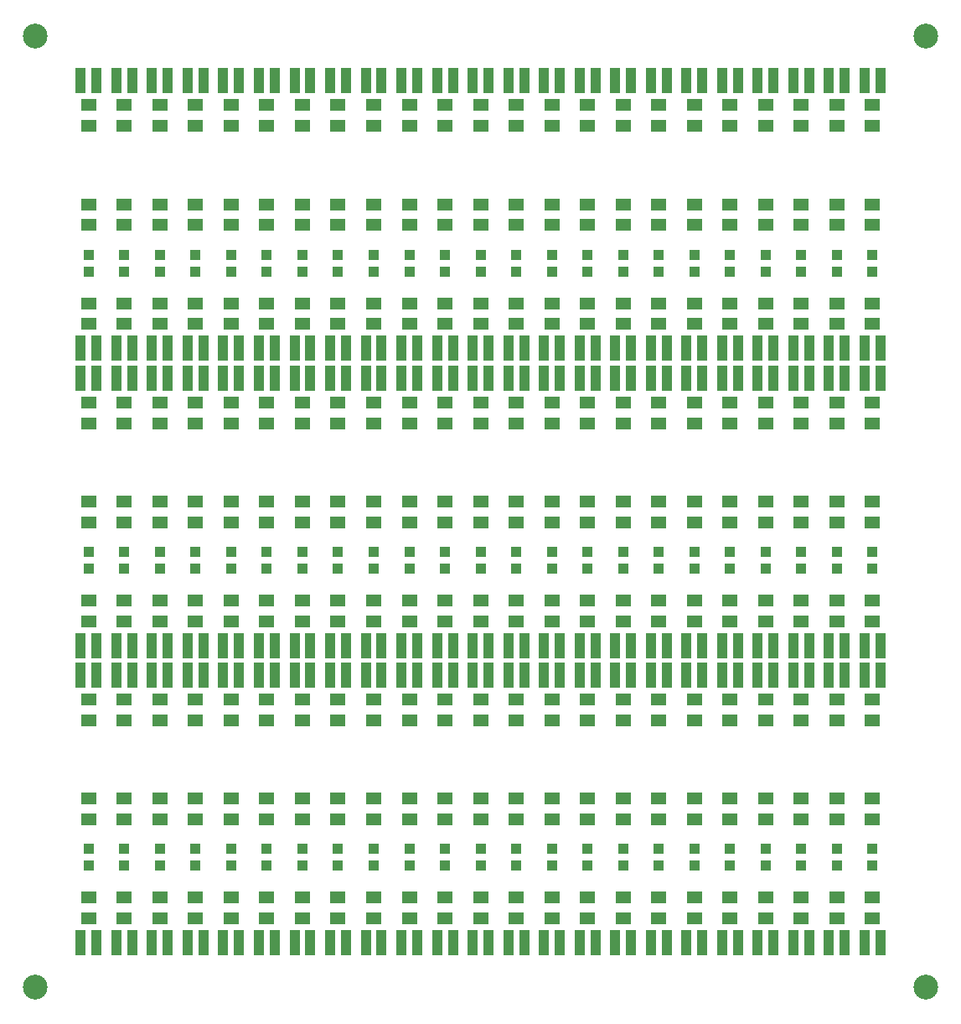
<source format=gts>
%FSLAX34Y34*%
G04 Gerber Fmt 3.4, Leading zero omitted, Abs format*
G04 (created by PCBNEW (2014-05-17 BZR 4870)-product) date Sun 18 May 2014 04:38:21 PM CEST*
%MOIN*%
G01*
G70*
G90*
G04 APERTURE LIST*
%ADD10C,0.005906*%
%ADD11R,0.059055X0.047244*%
%ADD12R,0.043300X0.039300*%
%ADD13R,0.039370X0.098425*%
%ADD14C,0.098425*%
G04 APERTURE END LIST*
G54D10*
G54D11*
X135787Y-67697D03*
X135787Y-68523D03*
G54D12*
X135787Y-65768D03*
X135787Y-66436D03*
G54D11*
X135787Y-63760D03*
X135787Y-64586D03*
X135787Y-59823D03*
X135787Y-60649D03*
X135787Y-55886D03*
X135787Y-56712D03*
G54D12*
X135787Y-53957D03*
X135787Y-54625D03*
G54D11*
X135787Y-51949D03*
X135787Y-52775D03*
X135787Y-48012D03*
X135787Y-48838D03*
G54D12*
X135787Y-42146D03*
X135787Y-42814D03*
G54D11*
X135787Y-44075D03*
X135787Y-44901D03*
X135787Y-40138D03*
X135787Y-40964D03*
X135787Y-36201D03*
X135787Y-37027D03*
G54D13*
X136102Y-45866D03*
X135472Y-45866D03*
X136102Y-35236D03*
X135472Y-35236D03*
X136102Y-47047D03*
X135472Y-47047D03*
X136102Y-58858D03*
X135472Y-58858D03*
X136102Y-69488D03*
X135472Y-69488D03*
X136102Y-57677D03*
X135472Y-57677D03*
G54D11*
X132952Y-67697D03*
X132952Y-68523D03*
G54D12*
X132952Y-65768D03*
X132952Y-66436D03*
G54D11*
X132952Y-63760D03*
X132952Y-64586D03*
X132952Y-59823D03*
X132952Y-60649D03*
X132952Y-55886D03*
X132952Y-56712D03*
G54D12*
X132952Y-53957D03*
X132952Y-54625D03*
G54D11*
X132952Y-51949D03*
X132952Y-52775D03*
X132952Y-48012D03*
X132952Y-48838D03*
G54D12*
X132952Y-42146D03*
X132952Y-42814D03*
G54D11*
X132952Y-44075D03*
X132952Y-44901D03*
X132952Y-40138D03*
X132952Y-40964D03*
X132952Y-36201D03*
X132952Y-37027D03*
G54D13*
X133267Y-45866D03*
X132637Y-45866D03*
X133267Y-35236D03*
X132637Y-35236D03*
X133267Y-47047D03*
X132637Y-47047D03*
X133267Y-58858D03*
X132637Y-58858D03*
X133267Y-69488D03*
X132637Y-69488D03*
X133267Y-57677D03*
X132637Y-57677D03*
X134685Y-57677D03*
X134055Y-57677D03*
X134685Y-69488D03*
X134055Y-69488D03*
X134685Y-58858D03*
X134055Y-58858D03*
X134685Y-47047D03*
X134055Y-47047D03*
X134685Y-35236D03*
X134055Y-35236D03*
X134685Y-45866D03*
X134055Y-45866D03*
G54D11*
X134370Y-36201D03*
X134370Y-37027D03*
X134370Y-40138D03*
X134370Y-40964D03*
X134370Y-44075D03*
X134370Y-44901D03*
G54D12*
X134370Y-42146D03*
X134370Y-42814D03*
G54D11*
X134370Y-48012D03*
X134370Y-48838D03*
X134370Y-51949D03*
X134370Y-52775D03*
G54D12*
X134370Y-53957D03*
X134370Y-54625D03*
G54D11*
X134370Y-55886D03*
X134370Y-56712D03*
X134370Y-59823D03*
X134370Y-60649D03*
X134370Y-63760D03*
X134370Y-64586D03*
G54D12*
X134370Y-65768D03*
X134370Y-66436D03*
G54D11*
X134370Y-67697D03*
X134370Y-68523D03*
X138622Y-67697D03*
X138622Y-68523D03*
G54D12*
X138622Y-65768D03*
X138622Y-66436D03*
G54D11*
X138622Y-63760D03*
X138622Y-64586D03*
X138622Y-59823D03*
X138622Y-60649D03*
X138622Y-55886D03*
X138622Y-56712D03*
G54D12*
X138622Y-53957D03*
X138622Y-54625D03*
G54D11*
X138622Y-51949D03*
X138622Y-52775D03*
X138622Y-48012D03*
X138622Y-48838D03*
G54D12*
X138622Y-42146D03*
X138622Y-42814D03*
G54D11*
X138622Y-44075D03*
X138622Y-44901D03*
X138622Y-40138D03*
X138622Y-40964D03*
X138622Y-36201D03*
X138622Y-37027D03*
G54D13*
X138937Y-45866D03*
X138307Y-45866D03*
X138937Y-35236D03*
X138307Y-35236D03*
X138937Y-47047D03*
X138307Y-47047D03*
X138937Y-58858D03*
X138307Y-58858D03*
X138937Y-69488D03*
X138307Y-69488D03*
X138937Y-57677D03*
X138307Y-57677D03*
X137519Y-57677D03*
X136889Y-57677D03*
X137519Y-69488D03*
X136889Y-69488D03*
X137519Y-58858D03*
X136889Y-58858D03*
X137519Y-47047D03*
X136889Y-47047D03*
X137519Y-35236D03*
X136889Y-35236D03*
X137519Y-45866D03*
X136889Y-45866D03*
G54D11*
X137204Y-36201D03*
X137204Y-37027D03*
X137204Y-40138D03*
X137204Y-40964D03*
X137204Y-44075D03*
X137204Y-44901D03*
G54D12*
X137204Y-42146D03*
X137204Y-42814D03*
G54D11*
X137204Y-48012D03*
X137204Y-48838D03*
X137204Y-51949D03*
X137204Y-52775D03*
G54D12*
X137204Y-53957D03*
X137204Y-54625D03*
G54D11*
X137204Y-55886D03*
X137204Y-56712D03*
X137204Y-59823D03*
X137204Y-60649D03*
X137204Y-63760D03*
X137204Y-64586D03*
G54D12*
X137204Y-65768D03*
X137204Y-66436D03*
G54D11*
X137204Y-67697D03*
X137204Y-68523D03*
G54D13*
X140354Y-57677D03*
X139724Y-57677D03*
X140354Y-69488D03*
X139724Y-69488D03*
X140354Y-58858D03*
X139724Y-58858D03*
X140354Y-47047D03*
X139724Y-47047D03*
X140354Y-35236D03*
X139724Y-35236D03*
X140354Y-45866D03*
X139724Y-45866D03*
G54D11*
X140039Y-36201D03*
X140039Y-37027D03*
X140039Y-40138D03*
X140039Y-40964D03*
X140039Y-44075D03*
X140039Y-44901D03*
G54D12*
X140039Y-42146D03*
X140039Y-42814D03*
G54D11*
X140039Y-48012D03*
X140039Y-48838D03*
X140039Y-51949D03*
X140039Y-52775D03*
G54D12*
X140039Y-53957D03*
X140039Y-54625D03*
G54D11*
X140039Y-55886D03*
X140039Y-56712D03*
X140039Y-59823D03*
X140039Y-60649D03*
X140039Y-63760D03*
X140039Y-64586D03*
G54D12*
X140039Y-65768D03*
X140039Y-66436D03*
G54D11*
X140039Y-67697D03*
X140039Y-68523D03*
X144291Y-67697D03*
X144291Y-68523D03*
G54D12*
X144291Y-65768D03*
X144291Y-66436D03*
G54D11*
X144291Y-63760D03*
X144291Y-64586D03*
X144291Y-59823D03*
X144291Y-60649D03*
X144291Y-55886D03*
X144291Y-56712D03*
G54D12*
X144291Y-53957D03*
X144291Y-54625D03*
G54D11*
X144291Y-51949D03*
X144291Y-52775D03*
X144291Y-48012D03*
X144291Y-48838D03*
G54D12*
X144291Y-42146D03*
X144291Y-42814D03*
G54D11*
X144291Y-44075D03*
X144291Y-44901D03*
X144291Y-40138D03*
X144291Y-40964D03*
X144291Y-36201D03*
X144291Y-37027D03*
G54D13*
X144606Y-45866D03*
X143976Y-45866D03*
X144606Y-35236D03*
X143976Y-35236D03*
X144606Y-47047D03*
X143976Y-47047D03*
X144606Y-58858D03*
X143976Y-58858D03*
X144606Y-69488D03*
X143976Y-69488D03*
X144606Y-57677D03*
X143976Y-57677D03*
G54D11*
X141456Y-67697D03*
X141456Y-68523D03*
G54D12*
X141456Y-65768D03*
X141456Y-66436D03*
G54D11*
X141456Y-63760D03*
X141456Y-64586D03*
X141456Y-59823D03*
X141456Y-60649D03*
X141456Y-55886D03*
X141456Y-56712D03*
G54D12*
X141456Y-53957D03*
X141456Y-54625D03*
G54D11*
X141456Y-51949D03*
X141456Y-52775D03*
X141456Y-48012D03*
X141456Y-48838D03*
G54D12*
X141456Y-42146D03*
X141456Y-42814D03*
G54D11*
X141456Y-44075D03*
X141456Y-44901D03*
X141456Y-40138D03*
X141456Y-40964D03*
X141456Y-36201D03*
X141456Y-37027D03*
G54D13*
X141771Y-45866D03*
X141141Y-45866D03*
X141771Y-35236D03*
X141141Y-35236D03*
X141771Y-47047D03*
X141141Y-47047D03*
X141771Y-58858D03*
X141141Y-58858D03*
X141771Y-69488D03*
X141141Y-69488D03*
X141771Y-57677D03*
X141141Y-57677D03*
X143188Y-57677D03*
X142559Y-57677D03*
X143188Y-69488D03*
X142559Y-69488D03*
X143188Y-58858D03*
X142559Y-58858D03*
X143188Y-47047D03*
X142559Y-47047D03*
X143188Y-35236D03*
X142559Y-35236D03*
X143188Y-45866D03*
X142559Y-45866D03*
G54D11*
X142874Y-36201D03*
X142874Y-37027D03*
X142874Y-40138D03*
X142874Y-40964D03*
X142874Y-44075D03*
X142874Y-44901D03*
G54D12*
X142874Y-42146D03*
X142874Y-42814D03*
G54D11*
X142874Y-48012D03*
X142874Y-48838D03*
X142874Y-51949D03*
X142874Y-52775D03*
G54D12*
X142874Y-53957D03*
X142874Y-54625D03*
G54D11*
X142874Y-55886D03*
X142874Y-56712D03*
X142874Y-59823D03*
X142874Y-60649D03*
X142874Y-63760D03*
X142874Y-64586D03*
G54D12*
X142874Y-65768D03*
X142874Y-66436D03*
G54D11*
X142874Y-67697D03*
X142874Y-68523D03*
G54D13*
X146023Y-57677D03*
X145393Y-57677D03*
X146023Y-69488D03*
X145393Y-69488D03*
X146023Y-58858D03*
X145393Y-58858D03*
X146023Y-47047D03*
X145393Y-47047D03*
X146023Y-35236D03*
X145393Y-35236D03*
X146023Y-45866D03*
X145393Y-45866D03*
G54D11*
X145708Y-36201D03*
X145708Y-37027D03*
X145708Y-40138D03*
X145708Y-40964D03*
X145708Y-44075D03*
X145708Y-44901D03*
G54D12*
X145708Y-42146D03*
X145708Y-42814D03*
G54D11*
X145708Y-48012D03*
X145708Y-48838D03*
X145708Y-51949D03*
X145708Y-52775D03*
G54D12*
X145708Y-53957D03*
X145708Y-54625D03*
G54D11*
X145708Y-55886D03*
X145708Y-56712D03*
X145708Y-59823D03*
X145708Y-60649D03*
X145708Y-63760D03*
X145708Y-64586D03*
G54D12*
X145708Y-65768D03*
X145708Y-66436D03*
G54D11*
X145708Y-67697D03*
X145708Y-68523D03*
X131535Y-67697D03*
X131535Y-68523D03*
G54D12*
X131535Y-65768D03*
X131535Y-66436D03*
G54D11*
X131535Y-63760D03*
X131535Y-64586D03*
X131535Y-59823D03*
X131535Y-60649D03*
X131535Y-55886D03*
X131535Y-56712D03*
G54D12*
X131535Y-53957D03*
X131535Y-54625D03*
G54D11*
X131535Y-51949D03*
X131535Y-52775D03*
X131535Y-48012D03*
X131535Y-48838D03*
G54D12*
X131535Y-42146D03*
X131535Y-42814D03*
G54D11*
X131535Y-44075D03*
X131535Y-44901D03*
X131535Y-40138D03*
X131535Y-40964D03*
X131535Y-36201D03*
X131535Y-37027D03*
G54D13*
X131850Y-45866D03*
X131220Y-45866D03*
X131850Y-35236D03*
X131220Y-35236D03*
X131850Y-47047D03*
X131220Y-47047D03*
X131850Y-58858D03*
X131220Y-58858D03*
X131850Y-69488D03*
X131220Y-69488D03*
X131850Y-57677D03*
X131220Y-57677D03*
G54D11*
X128700Y-67697D03*
X128700Y-68523D03*
G54D12*
X128700Y-65768D03*
X128700Y-66436D03*
G54D11*
X128700Y-63760D03*
X128700Y-64586D03*
X128700Y-59823D03*
X128700Y-60649D03*
X128700Y-55886D03*
X128700Y-56712D03*
G54D12*
X128700Y-53957D03*
X128700Y-54625D03*
G54D11*
X128700Y-51949D03*
X128700Y-52775D03*
X128700Y-48012D03*
X128700Y-48838D03*
G54D12*
X128700Y-42146D03*
X128700Y-42814D03*
G54D11*
X128700Y-44075D03*
X128700Y-44901D03*
X128700Y-40138D03*
X128700Y-40964D03*
X128700Y-36201D03*
X128700Y-37027D03*
G54D13*
X129015Y-45866D03*
X128385Y-45866D03*
X129015Y-35236D03*
X128385Y-35236D03*
X129015Y-47047D03*
X128385Y-47047D03*
X129015Y-58858D03*
X128385Y-58858D03*
X129015Y-69488D03*
X128385Y-69488D03*
X129015Y-57677D03*
X128385Y-57677D03*
X127598Y-57677D03*
X126968Y-57677D03*
X127598Y-69488D03*
X126968Y-69488D03*
X127598Y-58858D03*
X126968Y-58858D03*
X127598Y-47047D03*
X126968Y-47047D03*
X127598Y-35236D03*
X126968Y-35236D03*
X127598Y-45866D03*
X126968Y-45866D03*
G54D11*
X127283Y-36201D03*
X127283Y-37027D03*
X127283Y-40138D03*
X127283Y-40964D03*
X127283Y-44075D03*
X127283Y-44901D03*
G54D12*
X127283Y-42146D03*
X127283Y-42814D03*
G54D11*
X127283Y-48012D03*
X127283Y-48838D03*
X127283Y-51949D03*
X127283Y-52775D03*
G54D12*
X127283Y-53957D03*
X127283Y-54625D03*
G54D11*
X127283Y-55886D03*
X127283Y-56712D03*
X127283Y-59823D03*
X127283Y-60649D03*
X127283Y-63760D03*
X127283Y-64586D03*
G54D12*
X127283Y-65768D03*
X127283Y-66436D03*
G54D11*
X127283Y-67697D03*
X127283Y-68523D03*
G54D13*
X130433Y-57677D03*
X129803Y-57677D03*
X130433Y-69488D03*
X129803Y-69488D03*
X130433Y-58858D03*
X129803Y-58858D03*
X130433Y-47047D03*
X129803Y-47047D03*
X130433Y-35236D03*
X129803Y-35236D03*
X130433Y-45866D03*
X129803Y-45866D03*
G54D11*
X130118Y-36201D03*
X130118Y-37027D03*
X130118Y-40138D03*
X130118Y-40964D03*
X130118Y-44075D03*
X130118Y-44901D03*
G54D12*
X130118Y-42146D03*
X130118Y-42814D03*
G54D11*
X130118Y-48012D03*
X130118Y-48838D03*
X130118Y-51949D03*
X130118Y-52775D03*
G54D12*
X130118Y-53957D03*
X130118Y-54625D03*
G54D11*
X130118Y-55886D03*
X130118Y-56712D03*
X130118Y-59823D03*
X130118Y-60649D03*
X130118Y-63760D03*
X130118Y-64586D03*
G54D12*
X130118Y-65768D03*
X130118Y-66436D03*
G54D11*
X130118Y-67697D03*
X130118Y-68523D03*
X125866Y-67697D03*
X125866Y-68523D03*
G54D12*
X125866Y-65768D03*
X125866Y-66436D03*
G54D11*
X125866Y-63760D03*
X125866Y-64586D03*
X125866Y-59823D03*
X125866Y-60649D03*
X125866Y-55886D03*
X125866Y-56712D03*
G54D12*
X125866Y-53957D03*
X125866Y-54625D03*
G54D11*
X125866Y-51949D03*
X125866Y-52775D03*
X125866Y-48012D03*
X125866Y-48838D03*
G54D12*
X125866Y-42146D03*
X125866Y-42814D03*
G54D11*
X125866Y-44075D03*
X125866Y-44901D03*
X125866Y-40138D03*
X125866Y-40964D03*
X125866Y-36201D03*
X125866Y-37027D03*
G54D13*
X126181Y-45866D03*
X125551Y-45866D03*
X126181Y-35236D03*
X125551Y-35236D03*
X126181Y-47047D03*
X125551Y-47047D03*
X126181Y-58858D03*
X125551Y-58858D03*
X126181Y-69488D03*
X125551Y-69488D03*
X126181Y-57677D03*
X125551Y-57677D03*
G54D11*
X123031Y-67697D03*
X123031Y-68523D03*
G54D12*
X123031Y-65768D03*
X123031Y-66436D03*
G54D11*
X123031Y-63760D03*
X123031Y-64586D03*
X123031Y-59823D03*
X123031Y-60649D03*
X123031Y-55886D03*
X123031Y-56712D03*
G54D12*
X123031Y-53957D03*
X123031Y-54625D03*
G54D11*
X123031Y-51949D03*
X123031Y-52775D03*
X123031Y-48012D03*
X123031Y-48838D03*
G54D12*
X123031Y-42146D03*
X123031Y-42814D03*
G54D11*
X123031Y-44075D03*
X123031Y-44901D03*
X123031Y-40138D03*
X123031Y-40964D03*
X123031Y-36201D03*
X123031Y-37027D03*
G54D13*
X123346Y-45866D03*
X122716Y-45866D03*
X123346Y-35236D03*
X122716Y-35236D03*
X123346Y-47047D03*
X122716Y-47047D03*
X123346Y-58858D03*
X122716Y-58858D03*
X123346Y-69488D03*
X122716Y-69488D03*
X123346Y-57677D03*
X122716Y-57677D03*
X124763Y-57677D03*
X124133Y-57677D03*
X124763Y-69488D03*
X124133Y-69488D03*
X124763Y-58858D03*
X124133Y-58858D03*
X124763Y-47047D03*
X124133Y-47047D03*
X124763Y-35236D03*
X124133Y-35236D03*
X124763Y-45866D03*
X124133Y-45866D03*
G54D11*
X124448Y-36201D03*
X124448Y-37027D03*
X124448Y-40138D03*
X124448Y-40964D03*
X124448Y-44075D03*
X124448Y-44901D03*
G54D12*
X124448Y-42146D03*
X124448Y-42814D03*
G54D11*
X124448Y-48012D03*
X124448Y-48838D03*
X124448Y-51949D03*
X124448Y-52775D03*
G54D12*
X124448Y-53957D03*
X124448Y-54625D03*
G54D11*
X124448Y-55886D03*
X124448Y-56712D03*
X124448Y-59823D03*
X124448Y-60649D03*
X124448Y-63760D03*
X124448Y-64586D03*
G54D12*
X124448Y-65768D03*
X124448Y-66436D03*
G54D11*
X124448Y-67697D03*
X124448Y-68523D03*
X120196Y-67697D03*
X120196Y-68523D03*
G54D12*
X120196Y-65768D03*
X120196Y-66436D03*
G54D11*
X120196Y-63760D03*
X120196Y-64586D03*
X120196Y-59823D03*
X120196Y-60649D03*
X120196Y-55886D03*
X120196Y-56712D03*
G54D12*
X120196Y-53957D03*
X120196Y-54625D03*
G54D11*
X120196Y-51949D03*
X120196Y-52775D03*
X120196Y-48012D03*
X120196Y-48838D03*
G54D12*
X120196Y-42146D03*
X120196Y-42814D03*
G54D11*
X120196Y-44075D03*
X120196Y-44901D03*
X120196Y-40138D03*
X120196Y-40964D03*
X120196Y-36201D03*
X120196Y-37027D03*
G54D13*
X120511Y-45866D03*
X119881Y-45866D03*
X120511Y-35236D03*
X119881Y-35236D03*
X120511Y-47047D03*
X119881Y-47047D03*
X120511Y-58858D03*
X119881Y-58858D03*
X120511Y-69488D03*
X119881Y-69488D03*
X120511Y-57677D03*
X119881Y-57677D03*
X119094Y-57677D03*
X118464Y-57677D03*
X119094Y-69488D03*
X118464Y-69488D03*
X119094Y-58858D03*
X118464Y-58858D03*
X119094Y-47047D03*
X118464Y-47047D03*
X119094Y-35236D03*
X118464Y-35236D03*
X119094Y-45866D03*
X118464Y-45866D03*
G54D11*
X118779Y-36201D03*
X118779Y-37027D03*
X118779Y-40138D03*
X118779Y-40964D03*
X118779Y-44075D03*
X118779Y-44901D03*
G54D12*
X118779Y-42146D03*
X118779Y-42814D03*
G54D11*
X118779Y-48012D03*
X118779Y-48838D03*
X118779Y-51949D03*
X118779Y-52775D03*
G54D12*
X118779Y-53957D03*
X118779Y-54625D03*
G54D11*
X118779Y-55886D03*
X118779Y-56712D03*
X118779Y-59823D03*
X118779Y-60649D03*
X118779Y-63760D03*
X118779Y-64586D03*
G54D12*
X118779Y-65768D03*
X118779Y-66436D03*
G54D11*
X118779Y-67697D03*
X118779Y-68523D03*
G54D13*
X121929Y-57677D03*
X121299Y-57677D03*
X121929Y-69488D03*
X121299Y-69488D03*
X121929Y-58858D03*
X121299Y-58858D03*
X121929Y-47047D03*
X121299Y-47047D03*
X121929Y-35236D03*
X121299Y-35236D03*
X121929Y-45866D03*
X121299Y-45866D03*
G54D11*
X121614Y-36201D03*
X121614Y-37027D03*
X121614Y-40138D03*
X121614Y-40964D03*
X121614Y-44075D03*
X121614Y-44901D03*
G54D12*
X121614Y-42146D03*
X121614Y-42814D03*
G54D11*
X121614Y-48012D03*
X121614Y-48838D03*
X121614Y-51949D03*
X121614Y-52775D03*
G54D12*
X121614Y-53957D03*
X121614Y-54625D03*
G54D11*
X121614Y-55886D03*
X121614Y-56712D03*
X121614Y-59823D03*
X121614Y-60649D03*
X121614Y-63760D03*
X121614Y-64586D03*
G54D12*
X121614Y-65768D03*
X121614Y-66436D03*
G54D11*
X121614Y-67697D03*
X121614Y-68523D03*
X117362Y-67697D03*
X117362Y-68523D03*
G54D12*
X117362Y-65768D03*
X117362Y-66436D03*
G54D11*
X117362Y-63760D03*
X117362Y-64586D03*
X117362Y-59823D03*
X117362Y-60649D03*
X117362Y-55886D03*
X117362Y-56712D03*
G54D12*
X117362Y-53957D03*
X117362Y-54625D03*
G54D11*
X117362Y-51949D03*
X117362Y-52775D03*
X117362Y-48012D03*
X117362Y-48838D03*
G54D12*
X117362Y-42146D03*
X117362Y-42814D03*
G54D11*
X117362Y-44075D03*
X117362Y-44901D03*
X117362Y-40138D03*
X117362Y-40964D03*
X117362Y-36201D03*
X117362Y-37027D03*
G54D13*
X117677Y-45866D03*
X117047Y-45866D03*
X117677Y-35236D03*
X117047Y-35236D03*
X117677Y-47047D03*
X117047Y-47047D03*
X117677Y-58858D03*
X117047Y-58858D03*
X117677Y-69488D03*
X117047Y-69488D03*
X117677Y-57677D03*
X117047Y-57677D03*
G54D11*
X114527Y-67697D03*
X114527Y-68523D03*
G54D12*
X114527Y-65768D03*
X114527Y-66436D03*
G54D11*
X114527Y-63760D03*
X114527Y-64586D03*
X114527Y-59823D03*
X114527Y-60649D03*
X114527Y-55886D03*
X114527Y-56712D03*
G54D12*
X114527Y-53957D03*
X114527Y-54625D03*
G54D11*
X114527Y-51949D03*
X114527Y-52775D03*
X114527Y-48012D03*
X114527Y-48838D03*
G54D12*
X114527Y-42146D03*
X114527Y-42814D03*
G54D11*
X114527Y-44075D03*
X114527Y-44901D03*
X114527Y-40138D03*
X114527Y-40964D03*
X114527Y-36201D03*
X114527Y-37027D03*
G54D13*
X114842Y-45866D03*
X114212Y-45866D03*
X114842Y-35236D03*
X114212Y-35236D03*
X114842Y-47047D03*
X114212Y-47047D03*
X114842Y-58858D03*
X114212Y-58858D03*
X114842Y-69488D03*
X114212Y-69488D03*
X114842Y-57677D03*
X114212Y-57677D03*
G54D14*
X147834Y-71259D03*
X147834Y-33464D03*
X112401Y-33464D03*
X112401Y-71259D03*
G54D13*
X116259Y-57677D03*
X115629Y-57677D03*
X116259Y-69488D03*
X115629Y-69488D03*
X116259Y-58858D03*
X115629Y-58858D03*
X116259Y-47047D03*
X115629Y-47047D03*
X116259Y-35236D03*
X115629Y-35236D03*
X116259Y-45866D03*
X115629Y-45866D03*
G54D11*
X115944Y-36201D03*
X115944Y-37027D03*
X115944Y-40138D03*
X115944Y-40964D03*
X115944Y-44075D03*
X115944Y-44901D03*
G54D12*
X115944Y-42146D03*
X115944Y-42814D03*
G54D11*
X115944Y-48012D03*
X115944Y-48838D03*
X115944Y-51949D03*
X115944Y-52775D03*
G54D12*
X115944Y-53957D03*
X115944Y-54625D03*
G54D11*
X115944Y-55886D03*
X115944Y-56712D03*
X115944Y-59823D03*
X115944Y-60649D03*
X115944Y-63760D03*
X115944Y-64586D03*
G54D12*
X115944Y-65768D03*
X115944Y-66436D03*
G54D11*
X115944Y-67697D03*
X115944Y-68523D03*
M02*

</source>
